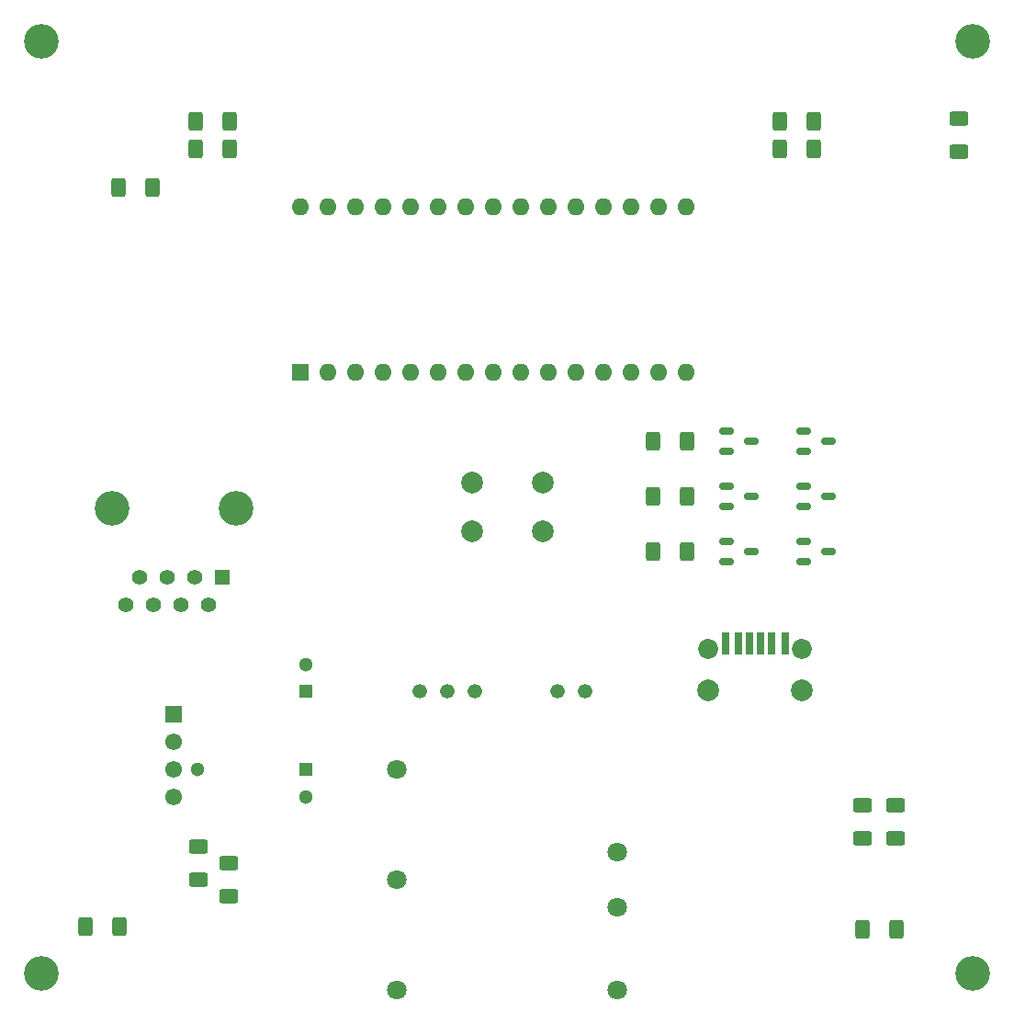
<source format=gbr>
%TF.GenerationSoftware,KiCad,Pcbnew,8.0.8*%
%TF.CreationDate,2025-06-01T20:52:10+02:00*%
%TF.ProjectId,DIYFAN_V1,44495946-414e-45f5-9631-2e6b69636164,rev?*%
%TF.SameCoordinates,Original*%
%TF.FileFunction,Soldermask,Top*%
%TF.FilePolarity,Negative*%
%FSLAX46Y46*%
G04 Gerber Fmt 4.6, Leading zero omitted, Abs format (unit mm)*
G04 Created by KiCad (PCBNEW 8.0.8) date 2025-06-01 20:52:10*
%MOMM*%
%LPD*%
G01*
G04 APERTURE LIST*
G04 Aperture macros list*
%AMRoundRect*
0 Rectangle with rounded corners*
0 $1 Rounding radius*
0 $2 $3 $4 $5 $6 $7 $8 $9 X,Y pos of 4 corners*
0 Add a 4 corners polygon primitive as box body*
4,1,4,$2,$3,$4,$5,$6,$7,$8,$9,$2,$3,0*
0 Add four circle primitives for the rounded corners*
1,1,$1+$1,$2,$3*
1,1,$1+$1,$4,$5*
1,1,$1+$1,$6,$7*
1,1,$1+$1,$8,$9*
0 Add four rect primitives between the rounded corners*
20,1,$1+$1,$2,$3,$4,$5,0*
20,1,$1+$1,$4,$5,$6,$7,0*
20,1,$1+$1,$6,$7,$8,$9,0*
20,1,$1+$1,$8,$9,$2,$3,0*%
G04 Aperture macros list end*
%ADD10RoundRect,0.250000X-0.400000X-0.625000X0.400000X-0.625000X0.400000X0.625000X-0.400000X0.625000X0*%
%ADD11R,0.700000X2.070000*%
%ADD12R,0.760000X2.070000*%
%ADD13R,0.800000X2.070000*%
%ADD14C,1.850000*%
%ADD15C,2.010000*%
%ADD16C,3.200000*%
%ADD17R,1.400000X1.400000*%
%ADD18C,1.400000*%
%ADD19RoundRect,0.250000X0.400000X0.625000X-0.400000X0.625000X-0.400000X-0.625000X0.400000X-0.625000X0*%
%ADD20RoundRect,0.250000X0.625000X-0.400000X0.625000X0.400000X-0.625000X0.400000X-0.625000X-0.400000X0*%
%ADD21RoundRect,0.250000X-0.625000X0.400000X-0.625000X-0.400000X0.625000X-0.400000X0.625000X0.400000X0*%
%ADD22RoundRect,0.150000X-0.512500X-0.150000X0.512500X-0.150000X0.512500X0.150000X-0.512500X0.150000X0*%
%ADD23R,1.300000X1.300000*%
%ADD24C,1.300000*%
%ADD25C,1.337000*%
%ADD26R,1.530000X1.530000*%
%ADD27C,1.550000*%
%ADD28R,1.600000X1.600000*%
%ADD29O,1.600000X1.600000*%
%ADD30C,1.800000*%
%ADD31C,2.000000*%
G04 APERTURE END LIST*
D10*
%TO.C,R2*%
X90932000Y-125984000D03*
X94032000Y-125984000D03*
%TD*%
D11*
%TO.C,J1*%
X152154000Y-99913000D03*
D12*
X154174000Y-99913000D03*
D13*
X155404000Y-99913000D03*
D11*
X153154000Y-99913000D03*
D12*
X151134000Y-99913000D03*
D13*
X149904000Y-99913000D03*
D14*
X148334000Y-100428000D03*
X156974000Y-100428000D03*
D15*
X148334000Y-104228000D03*
X156974000Y-104228000D03*
%TD*%
D16*
%TO.C,J2*%
X104775000Y-87508000D03*
X93345000Y-87508000D03*
D17*
X103505000Y-93858000D03*
D18*
X102235000Y-96398000D03*
X100965000Y-93858000D03*
X99695000Y-96398000D03*
X98425000Y-93858000D03*
X97155000Y-96398000D03*
X95885000Y-93858000D03*
X94615000Y-96398000D03*
%TD*%
D19*
%TO.C,R8*%
X104166000Y-51816000D03*
X101066000Y-51816000D03*
%TD*%
D10*
%TO.C,R11*%
X154914000Y-54356000D03*
X158014000Y-54356000D03*
%TD*%
%TO.C,R5*%
X143230000Y-81280000D03*
X146330000Y-81280000D03*
%TD*%
D20*
%TO.C,R10*%
X171450000Y-54636000D03*
X171450000Y-51536000D03*
%TD*%
D21*
%TO.C,R6*%
X104140000Y-120116000D03*
X104140000Y-123216000D03*
%TD*%
D16*
%TO.C,REF\u002A\u002A*%
X172720000Y-130302000D03*
%TD*%
D22*
%TO.C,Q6*%
X157104500Y-80330000D03*
X157104500Y-82230000D03*
X159379500Y-81280000D03*
%TD*%
D16*
%TO.C,REF\u002A\u002A*%
X86868000Y-130302000D03*
%TD*%
D10*
%TO.C,R1*%
X143230000Y-91440000D03*
X146330000Y-91440000D03*
%TD*%
D22*
%TO.C,Q1*%
X149992500Y-90490000D03*
X149992500Y-92390000D03*
X152267500Y-91440000D03*
%TD*%
D21*
%TO.C,R15*%
X162560000Y-114782000D03*
X162560000Y-117882000D03*
%TD*%
%TO.C,R13*%
X165608000Y-114782000D03*
X165608000Y-117882000D03*
%TD*%
D23*
%TO.C,CP1*%
X111252000Y-111546000D03*
D24*
X111252000Y-114046000D03*
%TD*%
D19*
%TO.C,R7*%
X97054000Y-57912000D03*
X93954000Y-57912000D03*
%TD*%
D23*
%TO.C,CP2*%
X111252000Y-104354000D03*
D24*
X111252000Y-101854000D03*
%TD*%
D25*
%TO.C,PS2*%
X137014000Y-104312000D03*
X134474000Y-104312000D03*
X126854000Y-104312000D03*
X124314000Y-104312000D03*
X121774000Y-104312000D03*
%TD*%
D24*
%TO.C,J3*%
X101220000Y-111506000D03*
D26*
X99060000Y-106426000D03*
D27*
X99060000Y-108966000D03*
X99060000Y-111506000D03*
X99060000Y-114046000D03*
%TD*%
D22*
%TO.C,Q4*%
X157104500Y-85410000D03*
X157104500Y-87310000D03*
X159379500Y-86360000D03*
%TD*%
D10*
%TO.C,R12*%
X154914000Y-51816000D03*
X158014000Y-51816000D03*
%TD*%
D19*
%TO.C,R14*%
X165634000Y-126238000D03*
X162534000Y-126238000D03*
%TD*%
D21*
%TO.C,R4*%
X101346000Y-121692000D03*
X101346000Y-118592000D03*
%TD*%
D10*
%TO.C,R3*%
X143230000Y-86360000D03*
X146330000Y-86360000D03*
%TD*%
D28*
%TO.C,A1*%
X110744000Y-74920000D03*
D29*
X113284000Y-74920000D03*
X115824000Y-74920000D03*
X118364000Y-74920000D03*
X120904000Y-74920000D03*
X123444000Y-74920000D03*
X125984000Y-74920000D03*
X128524000Y-74920000D03*
X131064000Y-74920000D03*
X133604000Y-74920000D03*
X136144000Y-74920000D03*
X138684000Y-74920000D03*
X141224000Y-74920000D03*
X143764000Y-74920000D03*
X146304000Y-74920000D03*
X146304000Y-59680000D03*
X143764000Y-59680000D03*
X141224000Y-59680000D03*
X138684000Y-59680000D03*
X136144000Y-59680000D03*
X133604000Y-59680000D03*
X131064000Y-59680000D03*
X128524000Y-59680000D03*
X125984000Y-59680000D03*
X123444000Y-59680000D03*
X120904000Y-59680000D03*
X118364000Y-59680000D03*
X115824000Y-59680000D03*
X113284000Y-59680000D03*
X110744000Y-59680000D03*
%TD*%
D22*
%TO.C,Q3*%
X149992500Y-85410000D03*
X149992500Y-87310000D03*
X152267500Y-86360000D03*
%TD*%
%TO.C,Q2*%
X157104500Y-90490000D03*
X157104500Y-92390000D03*
X159379500Y-91440000D03*
%TD*%
%TO.C,Q5*%
X149992500Y-80330000D03*
X149992500Y-82230000D03*
X152267500Y-81280000D03*
%TD*%
D30*
%TO.C,PS1*%
X139954000Y-119126000D03*
X139954000Y-124206000D03*
X119634000Y-111506000D03*
X119634000Y-121666000D03*
X119634000Y-131826000D03*
X139954000Y-131826000D03*
%TD*%
D16*
%TO.C,REF\u002A\u002A*%
X86868000Y-44450000D03*
%TD*%
D19*
%TO.C,R9*%
X104166000Y-54356000D03*
X101066000Y-54356000D03*
%TD*%
D16*
%TO.C,REF\u002A\u002A*%
X172720000Y-44450000D03*
%TD*%
D31*
%TO.C,SW1*%
X133044000Y-85126000D03*
X126544000Y-85126000D03*
X133044000Y-89626000D03*
X126544000Y-89626000D03*
%TD*%
M02*

</source>
